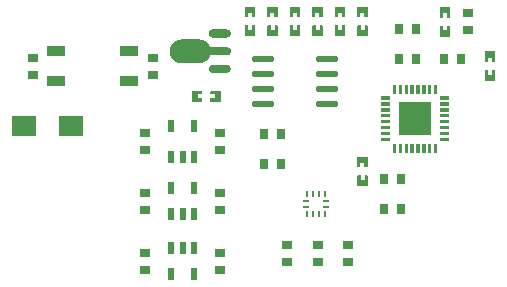
<source format=gtp>
G04 Layer: TopPasteMaskLayer*
G04 EasyEDA Pro v2.2.27.1, 2024-09-15 10:59:50*
G04 Gerber Generator version 0.3*
G04 Scale: 100 percent, Rotated: No, Reflected: No*
G04 Dimensions in millimeters*
G04 Leading zeros omitted, absolute positions, 3 integers and 5 decimals*
%TF.GenerationSoftware,KiCad,Pcbnew,8.0.8*%
%TF.CreationDate,2025-02-03T12:57:40+08:00*%
%TF.ProjectId,vibration_detection_v02,76696272-6174-4696-9f6e-5f6465746563,rev?*%
%TF.SameCoordinates,Original*%
%TF.FileFunction,Paste,Top*%
%TF.FilePolarity,Positive*%
%FSLAX46Y46*%
G04 Gerber Fmt 4.6, Leading zero omitted, Abs format (unit mm)*
G04 Created by KiCad (PCBNEW 8.0.8) date 2025-02-03 12:57:40*
%MOMM*%
%LPD*%
G01*
G04 APERTURE LIST*
%ADD10C,0.000000*%
%ADD11R,0.900000X0.800000*%
%ADD12R,0.800000X0.900000*%
%ADD13R,2.000000X1.800000*%
%ADD14R,1.500000X0.900000*%
%ADD15R,0.280010X0.500000*%
%ADD16R,0.500000X0.280010*%
%ADD17R,0.600000X1.100000*%
%ADD18R,0.600000X1.000000*%
%ADD19O,1.950210X0.568400*%
G04 APERTURE END LIST*
D10*
%TO.C,Q2*%
G36*
X144797371Y-98559670D02*
G01*
X144797371Y-98559670D01*
G75*
G02*
X145027138Y-98654843I29J-324930D01*
G01*
X145027140Y-98654840D01*
X145050847Y-98678541D01*
G75*
G02*
X145138300Y-98889668I-211147J-211159D01*
G01*
X145138290Y-98889670D01*
X145138290Y-98922560D01*
X145138300Y-98922564D01*
G75*
G02*
X145044827Y-99148221I-319100J-36D01*
G01*
X145044820Y-99148210D01*
X145041700Y-99151340D01*
X145027020Y-99166020D01*
X145027017Y-99166017D01*
G75*
G02*
X144802149Y-99259160I-224817J224817D01*
G01*
X144802150Y-99259160D01*
X143570200Y-99259540D01*
G75*
G02*
X143353613Y-99169827I0J306340D01*
G01*
X143353610Y-99169830D01*
X143345590Y-99161800D01*
X143343558Y-99159766D01*
G75*
G02*
X143237640Y-98904063I255742J255666D01*
G01*
X143237640Y-98904070D01*
X143237640Y-98904065D01*
G75*
G02*
X143334871Y-98669321I331960J-35D01*
G01*
X143334870Y-98669320D01*
X143355750Y-98648440D01*
X143356083Y-98648112D01*
G75*
G02*
X143566546Y-98560940I210417J-210488D01*
G01*
X143566540Y-98560940D01*
X144797370Y-98559670D01*
X144797371Y-98559670D01*
G37*
G36*
X144797371Y-95557390D02*
G01*
X144797371Y-95557390D01*
G75*
G02*
X145027138Y-95652563I29J-324910D01*
G01*
X145027140Y-95652560D01*
X145050840Y-95676260D01*
X145050847Y-95676261D01*
G75*
G02*
X145138300Y-95887388I-211147J-211139D01*
G01*
X145138290Y-95887390D01*
X145138290Y-95920280D01*
X145138300Y-95920284D01*
G75*
G02*
X145044827Y-96145941I-319100J-16D01*
G01*
X145044820Y-96145930D01*
X145041700Y-96149060D01*
X145027020Y-96163740D01*
X145027017Y-96163737D01*
G75*
G02*
X144802149Y-96256880I-224817J224837D01*
G01*
X144802150Y-96256880D01*
X143570200Y-96257260D01*
G75*
G02*
X143353613Y-96167547I0J306260D01*
G01*
X143353610Y-96167550D01*
X143345590Y-96159520D01*
X143343558Y-96157486D01*
G75*
G02*
X143237640Y-95901783I255742J255686D01*
G01*
X143237640Y-95901790D01*
X143237640Y-95901785D01*
G75*
G02*
X143334871Y-95667041I331960J-15D01*
G01*
X143334870Y-95667040D01*
X143355750Y-95646160D01*
X143356080Y-95645830D01*
X143356083Y-95645832D01*
G75*
G02*
X143566546Y-95558660I210417J-210468D01*
G01*
X143566540Y-95558660D01*
X144797370Y-95557390D01*
X144797371Y-95557390D01*
G37*
G36*
X142488670Y-96410250D02*
G01*
X142538400Y-96413980D01*
X142587880Y-96420180D01*
X142636980Y-96428840D01*
X142685590Y-96439910D01*
X142733600Y-96453430D01*
X142780840Y-96469300D01*
X142827270Y-96487510D01*
X142872710Y-96508040D01*
X142917090Y-96530770D01*
X142960270Y-96555710D01*
X143002150Y-96582760D01*
X143042640Y-96611870D01*
X143081630Y-96642960D01*
X143118990Y-96675960D01*
X143154710Y-96710750D01*
X143188610Y-96747300D01*
X143220670Y-96785510D01*
X143250770Y-96825260D01*
X143278860Y-96866460D01*
X143304840Y-96909000D01*
X143328700Y-96952790D01*
X143350340Y-96997720D01*
X143369690Y-97043670D01*
X143375410Y-97059320D01*
X143389120Y-97058990D01*
X144789120Y-97058990D01*
X144806570Y-97059420D01*
X144823970Y-97060710D01*
X144841290Y-97062900D01*
X144858460Y-97065920D01*
X144875480Y-97069810D01*
X144892290Y-97074530D01*
X144908830Y-97080090D01*
X144925090Y-97086470D01*
X144940990Y-97093660D01*
X144956510Y-97101610D01*
X144971620Y-97110350D01*
X144986300Y-97119800D01*
X145000450Y-97130010D01*
X145014110Y-97140880D01*
X145027190Y-97152430D01*
X145039690Y-97164600D01*
X145051550Y-97177400D01*
X145062780Y-97190760D01*
X145073320Y-97204680D01*
X145083150Y-97219110D01*
X145092240Y-97233990D01*
X145100570Y-97249310D01*
X145108170Y-97265030D01*
X145114920Y-97281140D01*
X145120890Y-97297520D01*
X145126050Y-97314210D01*
X145130370Y-97331120D01*
X145133820Y-97348220D01*
X145136410Y-97365490D01*
X145138140Y-97382840D01*
X145139030Y-97400260D01*
X145139030Y-97417740D01*
X145138140Y-97435160D01*
X145136410Y-97452510D01*
X145133820Y-97469780D01*
X145130370Y-97486880D01*
X145126050Y-97503790D01*
X145120890Y-97520480D01*
X145114920Y-97536860D01*
X145108170Y-97552970D01*
X145100570Y-97568690D01*
X145092240Y-97584010D01*
X145083150Y-97598890D01*
X145073320Y-97613320D01*
X145062780Y-97627240D01*
X145051550Y-97640600D01*
X145039690Y-97653400D01*
X145027190Y-97665560D01*
X145014110Y-97677120D01*
X145000450Y-97687990D01*
X144986300Y-97698200D01*
X144971620Y-97707650D01*
X144956510Y-97716390D01*
X144940990Y-97724340D01*
X144925090Y-97731530D01*
X144908830Y-97737900D01*
X144892290Y-97743470D01*
X144875480Y-97748190D01*
X144858460Y-97752080D01*
X144841290Y-97755100D01*
X144823970Y-97757280D01*
X144806570Y-97758580D01*
X144789120Y-97759010D01*
X143389120Y-97759010D01*
X143375410Y-97758680D01*
X143369690Y-97774330D01*
X143350340Y-97820280D01*
X143328700Y-97865210D01*
X143304840Y-97909000D01*
X143278860Y-97951540D01*
X143250770Y-97992740D01*
X143220670Y-98032490D01*
X143188610Y-98070690D01*
X143154710Y-98107250D01*
X143118990Y-98142040D01*
X143081630Y-98175040D01*
X143042640Y-98206130D01*
X143002150Y-98235240D01*
X142960270Y-98262290D01*
X142917090Y-98287230D01*
X142872710Y-98309960D01*
X142827270Y-98330490D01*
X142780840Y-98348700D01*
X142733600Y-98364570D01*
X142685590Y-98378090D01*
X142636980Y-98389160D01*
X142587880Y-98397820D01*
X142538400Y-98404020D01*
X142488670Y-98407750D01*
X142438830Y-98409000D01*
X140938830Y-98409000D01*
X140889000Y-98407750D01*
X140839270Y-98404020D01*
X140789790Y-98397820D01*
X140740690Y-98389160D01*
X140692070Y-98378090D01*
X140644070Y-98364570D01*
X140596820Y-98348700D01*
X140550390Y-98330490D01*
X140504950Y-98309960D01*
X140460580Y-98287230D01*
X140417400Y-98262290D01*
X140375510Y-98235240D01*
X140335030Y-98206130D01*
X140296040Y-98175040D01*
X140258670Y-98142040D01*
X140222960Y-98107250D01*
X140189050Y-98070690D01*
X140157000Y-98032490D01*
X140126900Y-97992740D01*
X140098810Y-97951540D01*
X140072820Y-97909000D01*
X140048970Y-97865210D01*
X140027330Y-97820280D01*
X140007980Y-97774330D01*
X139990910Y-97727490D01*
X139976200Y-97679840D01*
X139963910Y-97631530D01*
X139954030Y-97582660D01*
X139946610Y-97533330D01*
X139941630Y-97483730D01*
X139939140Y-97433940D01*
X139939140Y-97384060D01*
X139941630Y-97334270D01*
X139946610Y-97284670D01*
X139954030Y-97235340D01*
X139963910Y-97186470D01*
X139976200Y-97138160D01*
X139990910Y-97090510D01*
X140007980Y-97043670D01*
X140027330Y-96997720D01*
X140048970Y-96952790D01*
X140072820Y-96909000D01*
X140098810Y-96866460D01*
X140126900Y-96825260D01*
X140157000Y-96785510D01*
X140189050Y-96747300D01*
X140222960Y-96710750D01*
X140258670Y-96675960D01*
X140296040Y-96642960D01*
X140335030Y-96611870D01*
X140375510Y-96582760D01*
X140417400Y-96555710D01*
X140460580Y-96530770D01*
X140504950Y-96508040D01*
X140550390Y-96487510D01*
X140596820Y-96469300D01*
X140644070Y-96453430D01*
X140692070Y-96439910D01*
X140740690Y-96428840D01*
X140789790Y-96420180D01*
X140839270Y-96413980D01*
X140889000Y-96410250D01*
X140938830Y-96409000D01*
X142438830Y-96409000D01*
X142488670Y-96410250D01*
G37*
%TO.C,R1*%
G36*
X166910510Y-99383190D02*
G01*
X167240510Y-99383190D01*
X167240510Y-99013190D01*
X167468470Y-99013190D01*
X167518490Y-99063200D01*
X167518490Y-99863200D01*
X167468470Y-99913190D01*
X166668480Y-99913190D01*
X166618490Y-99863200D01*
X166618490Y-99063200D01*
X166668480Y-99013190D01*
X166910510Y-99013190D01*
X166910510Y-99383190D01*
G37*
G36*
X167518510Y-97473160D02*
G01*
X167518510Y-98273160D01*
X167468530Y-98323170D01*
X167226490Y-98323170D01*
X167226490Y-97953170D01*
X166896490Y-97953170D01*
X166896490Y-98323170D01*
X166668530Y-98323170D01*
X166618510Y-98273160D01*
X166618510Y-97473160D01*
X166668530Y-97423170D01*
X167468530Y-97423170D01*
X167518510Y-97473160D01*
G37*
%TO.C,R2*%
G36*
X156115510Y-108284010D02*
G01*
X156445510Y-108284010D01*
X156445510Y-107914010D01*
X156673470Y-107914010D01*
X156723490Y-107964020D01*
X156723490Y-108764020D01*
X156673470Y-108814010D01*
X155873480Y-108814010D01*
X155823490Y-108764020D01*
X155823490Y-107964020D01*
X155873480Y-107914010D01*
X156115510Y-107914010D01*
X156115510Y-108284010D01*
G37*
G36*
X156723510Y-106373980D02*
G01*
X156723510Y-107173980D01*
X156673530Y-107223990D01*
X156431490Y-107223990D01*
X156431490Y-106853990D01*
X156101490Y-106853990D01*
X156101490Y-107223990D01*
X155873530Y-107223990D01*
X155823510Y-107173980D01*
X155823510Y-106373980D01*
X155873530Y-106323990D01*
X156673530Y-106323990D01*
X156723510Y-106373980D01*
G37*
%TO.C,R3*%
G36*
X163708510Y-93729610D02*
G01*
X163708510Y-94529600D01*
X163658530Y-94579620D01*
X163416490Y-94579620D01*
X163416490Y-94209620D01*
X163086490Y-94209620D01*
X163086490Y-94579620D01*
X162858530Y-94579620D01*
X162808510Y-94529600D01*
X162808510Y-93729610D01*
X162858530Y-93679620D01*
X163658530Y-93679620D01*
X163708510Y-93729610D01*
G37*
G36*
X163100510Y-95639640D02*
G01*
X163430510Y-95639640D01*
X163430510Y-95269630D01*
X163658470Y-95269630D01*
X163708490Y-95319650D01*
X163708490Y-96119640D01*
X163658470Y-96169630D01*
X162858480Y-96169630D01*
X162808490Y-96119640D01*
X162808490Y-95319650D01*
X162858480Y-95269630D01*
X163100510Y-95269630D01*
X163100510Y-95639640D01*
G37*
%TO.C,R4*%
G36*
X154818510Y-93673980D02*
G01*
X154818510Y-94473980D01*
X154768530Y-94523990D01*
X154526490Y-94523990D01*
X154526490Y-94153990D01*
X154196490Y-94153990D01*
X154196490Y-94523990D01*
X153968530Y-94523990D01*
X153918510Y-94473980D01*
X153918510Y-93673980D01*
X153968530Y-93623990D01*
X154768530Y-93623990D01*
X154818510Y-93673980D01*
G37*
G36*
X154210510Y-95584010D02*
G01*
X154540510Y-95584010D01*
X154540510Y-95214010D01*
X154768470Y-95214010D01*
X154818490Y-95264020D01*
X154818490Y-96064020D01*
X154768470Y-96114010D01*
X153968480Y-96114010D01*
X153918490Y-96064020D01*
X153918490Y-95264020D01*
X153968480Y-95214010D01*
X154210510Y-95214010D01*
X154210510Y-95584010D01*
G37*
%TO.C,R5*%
G36*
X152305510Y-95584010D02*
G01*
X152635510Y-95584010D01*
X152635510Y-95214010D01*
X152863470Y-95214010D01*
X152913490Y-95264020D01*
X152913490Y-96064020D01*
X152863470Y-96114010D01*
X152063480Y-96114010D01*
X152013490Y-96064020D01*
X152013490Y-95264020D01*
X152063480Y-95214010D01*
X152305510Y-95214010D01*
X152305510Y-95584010D01*
G37*
G36*
X152913510Y-93673980D02*
G01*
X152913510Y-94473980D01*
X152863530Y-94523990D01*
X152621490Y-94523990D01*
X152621490Y-94153990D01*
X152291490Y-94153990D01*
X152291490Y-94523990D01*
X152063530Y-94523990D01*
X152013510Y-94473980D01*
X152013510Y-93673980D01*
X152063530Y-93623990D01*
X152863530Y-93623990D01*
X152913510Y-93673980D01*
G37*
%TO.C,R6*%
G36*
X156723510Y-93673980D02*
G01*
X156723510Y-94473980D01*
X156673530Y-94523990D01*
X156431490Y-94523990D01*
X156431490Y-94153990D01*
X156101490Y-94153990D01*
X156101490Y-94523990D01*
X155873530Y-94523990D01*
X155823510Y-94473980D01*
X155823510Y-93673980D01*
X155873530Y-93623990D01*
X156673530Y-93623990D01*
X156723510Y-93673980D01*
G37*
G36*
X156115510Y-95584010D02*
G01*
X156445510Y-95584010D01*
X156445510Y-95214010D01*
X156673470Y-95214010D01*
X156723490Y-95264020D01*
X156723490Y-96064020D01*
X156673470Y-96114010D01*
X155873480Y-96114010D01*
X155823490Y-96064020D01*
X155823490Y-95264020D01*
X155873480Y-95214010D01*
X156115510Y-95214010D01*
X156115510Y-95584010D01*
G37*
%TO.C,R7*%
G36*
X150400510Y-95584010D02*
G01*
X150730510Y-95584010D01*
X150730510Y-95214010D01*
X150958470Y-95214010D01*
X151008490Y-95264020D01*
X151008490Y-96064020D01*
X150958470Y-96114010D01*
X150158480Y-96114010D01*
X150108490Y-96064020D01*
X150108490Y-95264020D01*
X150158480Y-95214010D01*
X150400510Y-95214010D01*
X150400510Y-95584010D01*
G37*
G36*
X151008510Y-93673980D02*
G01*
X151008510Y-94473980D01*
X150958530Y-94523990D01*
X150716490Y-94523990D01*
X150716490Y-94153990D01*
X150386490Y-94153990D01*
X150386490Y-94523990D01*
X150158530Y-94523990D01*
X150108510Y-94473980D01*
X150108510Y-93673980D01*
X150158530Y-93623990D01*
X150958530Y-93623990D01*
X151008510Y-93673980D01*
G37*
%TO.C,R8*%
G36*
X142711730Y-100818970D02*
G01*
X142711730Y-101061010D01*
X142341730Y-101061010D01*
X142341730Y-101391010D01*
X142711730Y-101391010D01*
X142711730Y-101618970D01*
X142661720Y-101668990D01*
X141861720Y-101668990D01*
X141811730Y-101618970D01*
X141811730Y-100818970D01*
X141861720Y-100768990D01*
X142661720Y-100768990D01*
X142711730Y-100818970D01*
G37*
G36*
X144301740Y-100819030D02*
G01*
X144301740Y-101619020D01*
X144251760Y-101669010D01*
X143451760Y-101669010D01*
X143401750Y-101619020D01*
X143401750Y-101376990D01*
X143771750Y-101376990D01*
X143771750Y-101046990D01*
X143401750Y-101046990D01*
X143401750Y-100819030D01*
X143451760Y-100769010D01*
X144251760Y-100769010D01*
X144301740Y-100819030D01*
G37*
%TO.C,R9*%
G36*
X148495510Y-95584010D02*
G01*
X148825510Y-95584010D01*
X148825510Y-95214010D01*
X149053470Y-95214010D01*
X149103490Y-95264020D01*
X149103490Y-96064020D01*
X149053470Y-96114010D01*
X148253480Y-96114010D01*
X148203490Y-96064020D01*
X148203490Y-95264020D01*
X148253480Y-95214010D01*
X148495510Y-95214010D01*
X148495510Y-95584010D01*
G37*
G36*
X149103510Y-93673980D02*
G01*
X149103510Y-94473980D01*
X149053530Y-94523990D01*
X148811490Y-94523990D01*
X148811490Y-94153990D01*
X148481490Y-94153990D01*
X148481490Y-94523990D01*
X148253530Y-94523990D01*
X148203510Y-94473980D01*
X148203510Y-93673980D01*
X148253530Y-93623990D01*
X149053530Y-93623990D01*
X149103510Y-93673980D01*
G37*
%TO.C,R10*%
G36*
X146590510Y-95584010D02*
G01*
X146920510Y-95584010D01*
X146920510Y-95214010D01*
X147148470Y-95214010D01*
X147198490Y-95264020D01*
X147198490Y-96064020D01*
X147148470Y-96114010D01*
X146348480Y-96114010D01*
X146298490Y-96064020D01*
X146298490Y-95264020D01*
X146348480Y-95214010D01*
X146590510Y-95214010D01*
X146590510Y-95584010D01*
G37*
G36*
X147198510Y-93673980D02*
G01*
X147198510Y-94473980D01*
X147148530Y-94523990D01*
X146906490Y-94523990D01*
X146906490Y-94153990D01*
X146576490Y-94153990D01*
X146576490Y-94523990D01*
X146348530Y-94523990D01*
X146298510Y-94473980D01*
X146298510Y-93673980D01*
X146348530Y-93623990D01*
X147148530Y-93623990D01*
X147198510Y-93673980D01*
G37*
%TO.C,U2*%
G36*
X163583440Y-105013810D02*
G01*
X162833430Y-105013810D01*
X162833430Y-104733800D01*
X163583440Y-104733800D01*
X163583440Y-105013810D01*
G37*
G36*
X163583440Y-104513940D02*
G01*
X162833430Y-104513940D01*
X162833430Y-104233930D01*
X163583440Y-104233930D01*
X163583440Y-104513940D01*
G37*
G36*
X163583440Y-104013810D02*
G01*
X162833430Y-104013810D01*
X162833430Y-103733800D01*
X163583440Y-103733800D01*
X163583440Y-104013810D01*
G37*
G36*
X163583440Y-103513940D02*
G01*
X162833430Y-103513940D01*
X162833430Y-103233930D01*
X163583440Y-103233930D01*
X163583440Y-103513940D01*
G37*
G36*
X163583440Y-103013810D02*
G01*
X162833430Y-103013810D01*
X162833430Y-102733800D01*
X163583440Y-102733800D01*
X163583440Y-103013810D01*
G37*
G36*
X163583440Y-102513940D02*
G01*
X162833430Y-102513940D01*
X162833430Y-102233930D01*
X163583440Y-102233930D01*
X163583440Y-102513940D01*
G37*
G36*
X163583440Y-102013820D02*
G01*
X162833430Y-102013820D01*
X162833430Y-101733810D01*
X163583440Y-101733810D01*
X163583440Y-102013820D01*
G37*
G36*
X163583440Y-101513940D02*
G01*
X162833430Y-101513940D01*
X162833430Y-101233930D01*
X163583440Y-101233930D01*
X163583440Y-101513940D01*
G37*
G36*
X158603520Y-105013810D02*
G01*
X157853510Y-105013810D01*
X157853510Y-104733800D01*
X158603520Y-104733800D01*
X158603520Y-105013810D01*
G37*
G36*
X158603520Y-104513940D02*
G01*
X157853510Y-104513940D01*
X157853510Y-104233930D01*
X158603520Y-104233930D01*
X158603520Y-104513940D01*
G37*
G36*
X158603520Y-104013810D02*
G01*
X157853510Y-104013810D01*
X157853510Y-103733800D01*
X158603520Y-103733800D01*
X158603520Y-104013810D01*
G37*
G36*
X158603520Y-103513940D02*
G01*
X157853510Y-103513940D01*
X157853510Y-103233930D01*
X158603520Y-103233930D01*
X158603520Y-103513940D01*
G37*
G36*
X158603520Y-103013810D02*
G01*
X157853510Y-103013810D01*
X157853510Y-102733800D01*
X158603520Y-102733800D01*
X158603520Y-103013810D01*
G37*
G36*
X158603520Y-102513940D02*
G01*
X157853510Y-102513940D01*
X157853510Y-102233930D01*
X158603520Y-102233930D01*
X158603520Y-102513940D01*
G37*
G36*
X158603520Y-102013820D02*
G01*
X157853510Y-102013820D01*
X157853510Y-101733810D01*
X158603520Y-101733810D01*
X158603520Y-102013820D01*
G37*
G36*
X158603520Y-101513940D02*
G01*
X157853510Y-101513940D01*
X157853510Y-101233930D01*
X158603520Y-101233930D01*
X158603520Y-101513940D01*
G37*
G36*
X159108700Y-105988940D02*
G01*
X158828690Y-105988940D01*
X158828690Y-105238930D01*
X159108700Y-105238930D01*
X159108700Y-105988940D01*
G37*
G36*
X159608570Y-105988940D02*
G01*
X159328560Y-105988940D01*
X159328560Y-105238930D01*
X159608570Y-105238930D01*
X159608570Y-105988940D01*
G37*
G36*
X160108700Y-105988940D02*
G01*
X159828690Y-105988940D01*
X159828690Y-105238930D01*
X160108700Y-105238930D01*
X160108700Y-105988940D01*
G37*
G36*
X160608570Y-105988940D02*
G01*
X160328560Y-105988940D01*
X160328560Y-105238930D01*
X160608570Y-105238930D01*
X160608570Y-105988940D01*
G37*
G36*
X161108700Y-105988940D02*
G01*
X160828690Y-105988940D01*
X160828690Y-105238930D01*
X161108700Y-105238930D01*
X161108700Y-105988940D01*
G37*
G36*
X161608570Y-105988940D02*
G01*
X161328560Y-105988940D01*
X161328560Y-105238930D01*
X161608570Y-105238930D01*
X161608570Y-105988940D01*
G37*
G36*
X162108690Y-105988940D02*
G01*
X161828680Y-105988940D01*
X161828680Y-105238930D01*
X162108690Y-105238930D01*
X162108690Y-105988940D01*
G37*
G36*
X162608570Y-105988940D02*
G01*
X162328560Y-105988940D01*
X162328560Y-105238930D01*
X162608570Y-105238930D01*
X162608570Y-105988940D01*
G37*
G36*
X159108700Y-101009020D02*
G01*
X158828690Y-101009020D01*
X158828690Y-100259010D01*
X159108700Y-100259010D01*
X159108700Y-101009020D01*
G37*
G36*
X159608570Y-101009020D02*
G01*
X159328560Y-101009020D01*
X159328560Y-100259010D01*
X159608570Y-100259010D01*
X159608570Y-101009020D01*
G37*
G36*
X160108700Y-101009020D02*
G01*
X159828690Y-101009020D01*
X159828690Y-100259010D01*
X160108700Y-100259010D01*
X160108700Y-101009020D01*
G37*
G36*
X160608570Y-101009020D02*
G01*
X160328560Y-101009020D01*
X160328560Y-100259010D01*
X160608570Y-100259010D01*
X160608570Y-101009020D01*
G37*
G36*
X161108700Y-101009020D02*
G01*
X160828690Y-101009020D01*
X160828690Y-100259010D01*
X161108700Y-100259010D01*
X161108700Y-101009020D01*
G37*
G36*
X161608570Y-101009020D02*
G01*
X161328560Y-101009020D01*
X161328560Y-100259010D01*
X161608570Y-100259010D01*
X161608570Y-101009020D01*
G37*
G36*
X162108690Y-101009020D02*
G01*
X161828680Y-101009020D01*
X161828680Y-100259010D01*
X162108690Y-100259010D01*
X162108690Y-101009020D01*
G37*
G36*
X162608570Y-101009020D02*
G01*
X162328560Y-101009020D01*
X162328560Y-100259010D01*
X162608570Y-100259010D01*
X162608570Y-101009020D01*
G37*
G36*
X162098430Y-104503930D02*
G01*
X159338570Y-104503930D01*
X159338570Y-101744070D01*
X162098430Y-101744070D01*
X162098430Y-104503930D01*
G37*
%TD*%
D11*
%TO.C,C1*%
X155003500Y-115253900D03*
X155003500Y-113854100D03*
%TD*%
%TO.C,C2*%
X152463500Y-115253900D03*
X152463500Y-113854100D03*
%TD*%
%TO.C,C3*%
X149855200Y-115253900D03*
X149855200Y-113854100D03*
%TD*%
D12*
%TO.C,C4*%
X158113600Y-110744000D03*
X159513400Y-110744000D03*
%TD*%
%TO.C,C5*%
X158113600Y-108204000D03*
X159513400Y-108204000D03*
%TD*%
%TO.C,C6*%
X164593400Y-98043920D03*
X163193600Y-98043920D03*
%TD*%
D11*
%TO.C,C7*%
X165163500Y-95568900D03*
X165163500Y-94169100D03*
%TD*%
D12*
%TO.C,C8*%
X159383600Y-95548880D03*
X160783400Y-95548880D03*
%TD*%
%TO.C,C9*%
X159383600Y-98044000D03*
X160783400Y-98044000D03*
%TD*%
D11*
%TO.C,C10*%
X137858500Y-105728900D03*
X137858500Y-104329100D03*
%TD*%
%TO.C,C11*%
X144208500Y-104329100D03*
X144208500Y-105728900D03*
%TD*%
%TO.C,C12*%
X137858500Y-115888900D03*
X137858500Y-114489100D03*
%TD*%
%TO.C,C13*%
X144208500Y-114489100D03*
X144208500Y-115888900D03*
%TD*%
%TO.C,C14*%
X144208500Y-110808900D03*
X144208500Y-109409100D03*
%TD*%
%TO.C,C15*%
X137858500Y-110808900D03*
X137858500Y-109409100D03*
%TD*%
D12*
%TO.C,C23*%
X149353400Y-104394000D03*
X147953600Y-104394000D03*
%TD*%
%TO.C,C24*%
X149353400Y-106934000D03*
X147953600Y-106934000D03*
%TD*%
D11*
%TO.C,C25*%
X128333500Y-97979100D03*
X128333500Y-99378900D03*
%TD*%
%TO.C,C26*%
X138493500Y-97979100D03*
X138493500Y-99378900D03*
%TD*%
D13*
%TO.C,D2*%
X131603500Y-103759000D03*
X127603500Y-103759000D03*
%TD*%
D14*
%TO.C,D3*%
X136513550Y-97428990D03*
X136513550Y-99929010D03*
X130313560Y-99928980D03*
X130313560Y-97428960D03*
%TD*%
D15*
%TO.C,U1*%
X153098500Y-109474000D03*
X152598500Y-109474000D03*
X152098480Y-109474000D03*
X151598480Y-109474000D03*
D16*
X151473460Y-110098940D03*
X151473460Y-110598970D03*
D15*
X151598480Y-111223910D03*
X152098480Y-111223910D03*
X152598500Y-111223910D03*
X153098500Y-111223910D03*
D16*
X153223520Y-110598970D03*
X153223520Y-110098940D03*
%TD*%
D17*
%TO.C,U3*%
X140083520Y-106328870D03*
X141033480Y-106328920D03*
X141983440Y-106328970D03*
X141983590Y-103728980D03*
X140083670Y-103728880D03*
%TD*%
D18*
%TO.C,U4*%
X140083490Y-108988780D03*
X141983490Y-108988780D03*
X140083570Y-111188930D03*
X141983410Y-111188960D03*
X141033500Y-111188960D03*
%TD*%
%TO.C,U5*%
X141983510Y-116289100D03*
X140083520Y-116289100D03*
X141983440Y-114088950D03*
X140083590Y-114088930D03*
X141033500Y-114088930D03*
%TD*%
D19*
%TO.C,U7*%
X147853400Y-98044000D03*
X147853400Y-99314000D03*
X147853400Y-100584000D03*
X147853400Y-101854000D03*
X153263600Y-98044000D03*
X153263600Y-99314000D03*
X153263600Y-100584000D03*
X153263600Y-101854000D03*
%TD*%
M02*

</source>
